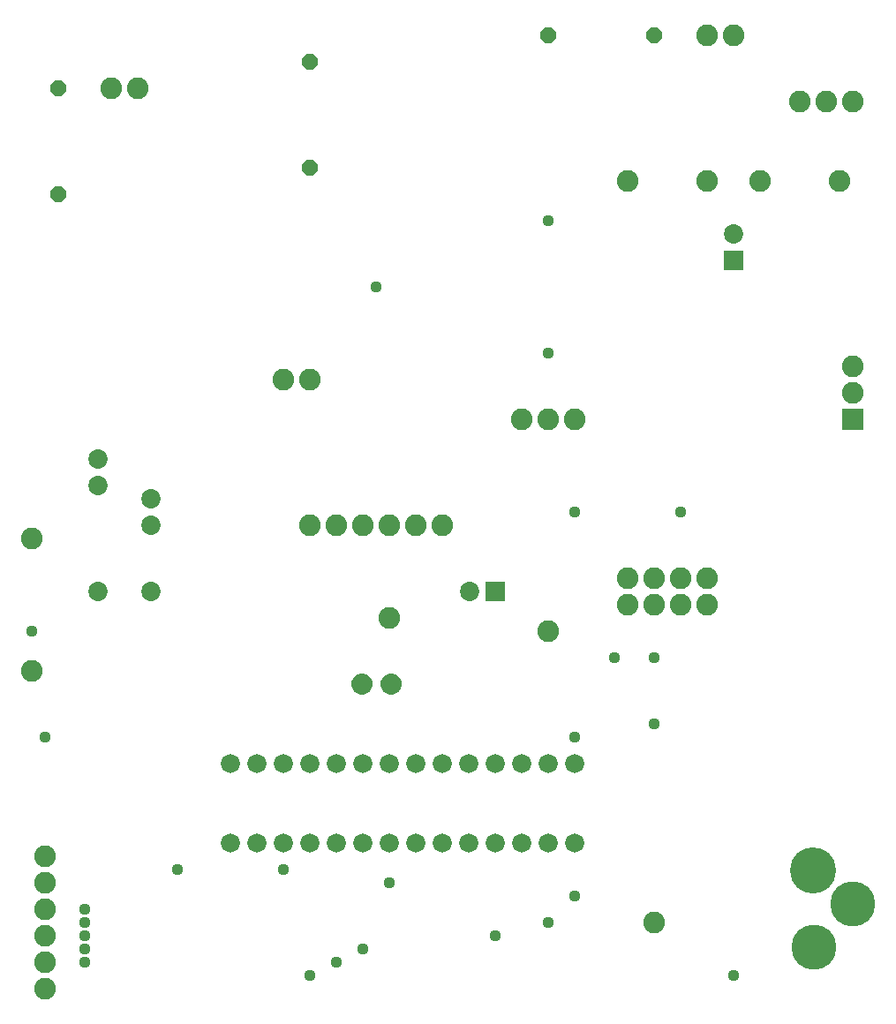
<source format=gbr>
G04 EAGLE Gerber RS-274X export*
G75*
%MOMM*%
%FSLAX34Y34*%
%LPD*%
%INSoldermask Bottom*%
%IPPOS*%
%AMOC8*
5,1,8,0,0,1.08239X$1,22.5*%
G01*
%ADD10C,2.082800*%
%ADD11C,1.854200*%
%ADD12R,1.854200X1.854200*%
%ADD13C,4.419200*%
%ADD14C,4.318000*%
%ADD15P,1.649562X8X112.500000*%
%ADD16P,1.649562X8X202.500000*%
%ADD17C,1.828800*%
%ADD18R,2.082800X2.082800*%
%ADD19C,1.117600*%

G36*
X356090Y332859D02*
X356090Y332859D01*
X356133Y332871D01*
X356199Y332880D01*
X357816Y333334D01*
X357857Y333353D01*
X357885Y333362D01*
X357895Y333364D01*
X357899Y333366D01*
X357920Y333373D01*
X359434Y334101D01*
X359470Y334127D01*
X359529Y334157D01*
X360894Y335138D01*
X360925Y335170D01*
X360978Y335210D01*
X362152Y336412D01*
X362177Y336449D01*
X362222Y336497D01*
X363169Y337885D01*
X363187Y337926D01*
X363223Y337982D01*
X363915Y339513D01*
X363926Y339556D01*
X363952Y339617D01*
X364367Y341246D01*
X364370Y341290D01*
X364385Y341355D01*
X364511Y343030D01*
X364507Y343077D01*
X364509Y343149D01*
X364304Y344985D01*
X364290Y345031D01*
X364278Y345106D01*
X363718Y346867D01*
X363695Y346909D01*
X363669Y346981D01*
X362776Y348598D01*
X362746Y348636D01*
X362706Y348701D01*
X361515Y350113D01*
X361478Y350144D01*
X361426Y350200D01*
X359982Y351353D01*
X359940Y351376D01*
X359878Y351420D01*
X358237Y352269D01*
X358191Y352284D01*
X358122Y352315D01*
X356347Y352828D01*
X356299Y352833D01*
X356224Y352851D01*
X354384Y353007D01*
X354340Y353003D01*
X354275Y353007D01*
X352444Y352847D01*
X352398Y352834D01*
X352322Y352824D01*
X350558Y352310D01*
X350514Y352289D01*
X350442Y352264D01*
X348812Y351415D01*
X348774Y351386D01*
X348708Y351347D01*
X347275Y350197D01*
X347243Y350161D01*
X347186Y350110D01*
X346005Y348702D01*
X345981Y348661D01*
X345935Y348600D01*
X345725Y348218D01*
X345051Y346988D01*
X345036Y346943D01*
X345002Y346874D01*
X344450Y345121D01*
X344444Y345074D01*
X344424Y345000D01*
X344225Y343173D01*
X344228Y343127D01*
X344222Y343058D01*
X344345Y341382D01*
X344356Y341339D01*
X344362Y341273D01*
X344774Y339643D01*
X344792Y339603D01*
X344810Y339539D01*
X345498Y338006D01*
X345523Y337969D01*
X345552Y337909D01*
X346496Y336519D01*
X346527Y336487D01*
X346565Y336433D01*
X347736Y335227D01*
X347773Y335201D01*
X347820Y335155D01*
X349182Y334171D01*
X349223Y334152D01*
X349277Y334115D01*
X350790Y333382D01*
X350833Y333370D01*
X350844Y333365D01*
X350871Y333352D01*
X350876Y333351D01*
X350893Y333343D01*
X352510Y332885D01*
X352555Y332880D01*
X352619Y332864D01*
X354291Y332693D01*
X354339Y332697D01*
X354418Y332693D01*
X356090Y332859D01*
G37*
G36*
X384081Y332859D02*
X384081Y332859D01*
X384124Y332871D01*
X384190Y332880D01*
X385807Y333334D01*
X385848Y333353D01*
X385876Y333362D01*
X385886Y333364D01*
X385890Y333366D01*
X385911Y333373D01*
X387425Y334101D01*
X387461Y334127D01*
X387520Y334157D01*
X388885Y335138D01*
X388916Y335170D01*
X388969Y335210D01*
X390143Y336412D01*
X390168Y336449D01*
X390213Y336497D01*
X391160Y337885D01*
X391178Y337926D01*
X391214Y337982D01*
X391906Y339513D01*
X391917Y339556D01*
X391943Y339617D01*
X392358Y341246D01*
X392361Y341290D01*
X392376Y341355D01*
X392502Y343030D01*
X392498Y343077D01*
X392500Y343149D01*
X392295Y344985D01*
X392281Y345031D01*
X392269Y345106D01*
X391709Y346867D01*
X391686Y346909D01*
X391660Y346981D01*
X390767Y348598D01*
X390737Y348636D01*
X390697Y348701D01*
X389506Y350113D01*
X389469Y350144D01*
X389417Y350200D01*
X387973Y351353D01*
X387931Y351376D01*
X387869Y351420D01*
X386228Y352269D01*
X386182Y352284D01*
X386113Y352315D01*
X384338Y352828D01*
X384290Y352833D01*
X384215Y352851D01*
X382375Y353007D01*
X382331Y353003D01*
X382266Y353007D01*
X380435Y352847D01*
X380389Y352834D01*
X380313Y352824D01*
X378549Y352310D01*
X378505Y352289D01*
X378433Y352264D01*
X376803Y351415D01*
X376765Y351386D01*
X376699Y351347D01*
X375266Y350197D01*
X375234Y350161D01*
X375177Y350110D01*
X373996Y348702D01*
X373972Y348661D01*
X373926Y348600D01*
X373716Y348218D01*
X373042Y346988D01*
X373027Y346943D01*
X372993Y346874D01*
X372441Y345121D01*
X372435Y345074D01*
X372415Y345000D01*
X372216Y343173D01*
X372219Y343127D01*
X372213Y343058D01*
X372336Y341382D01*
X372347Y341339D01*
X372353Y341273D01*
X372765Y339643D01*
X372783Y339603D01*
X372801Y339539D01*
X373489Y338006D01*
X373514Y337969D01*
X373543Y337909D01*
X374487Y336519D01*
X374518Y336487D01*
X374556Y336433D01*
X375727Y335227D01*
X375764Y335201D01*
X375811Y335155D01*
X377173Y334171D01*
X377214Y334152D01*
X377268Y334115D01*
X378781Y333382D01*
X378824Y333370D01*
X378835Y333365D01*
X378862Y333352D01*
X378867Y333351D01*
X378884Y333343D01*
X380501Y332885D01*
X380546Y332880D01*
X380610Y332864D01*
X382282Y332693D01*
X382330Y332697D01*
X382409Y332693D01*
X384081Y332859D01*
G37*
D10*
X38100Y355600D03*
X381000Y406400D03*
X635000Y114300D03*
X279400Y635000D03*
X304800Y635000D03*
X508000Y596900D03*
X533400Y596900D03*
X558800Y596900D03*
X304800Y495300D03*
X330200Y495300D03*
X355600Y495300D03*
X381000Y495300D03*
X406400Y495300D03*
X431800Y495300D03*
X50800Y50800D03*
X50800Y76200D03*
X50800Y101600D03*
X50800Y127000D03*
X50800Y152400D03*
X50800Y177800D03*
X685800Y965200D03*
X711200Y965200D03*
D11*
X101600Y558800D03*
X101600Y533400D03*
X152400Y520700D03*
X152400Y495300D03*
D12*
X482400Y431800D03*
D11*
X457400Y431800D03*
X711200Y774500D03*
D12*
X711200Y749500D03*
D10*
X533400Y393700D03*
X38100Y482600D03*
D13*
X787400Y164178D03*
D14*
X787654Y90970D03*
X825016Y132400D03*
D10*
X774700Y901700D03*
X800100Y901700D03*
X825500Y901700D03*
X609600Y419100D03*
X609600Y444500D03*
X635000Y419100D03*
X635000Y444500D03*
X660400Y419100D03*
X660400Y444500D03*
X685800Y419100D03*
X685800Y444500D03*
D15*
X63500Y812800D03*
X63500Y914400D03*
D16*
X635000Y965200D03*
X533400Y965200D03*
D15*
X304800Y838200D03*
X304800Y939800D03*
D10*
X114300Y914400D03*
X139700Y914400D03*
D17*
X228600Y190500D03*
X254000Y190500D03*
X279400Y190500D03*
X304800Y190500D03*
X330200Y190500D03*
X355600Y190500D03*
X381000Y190500D03*
X406400Y190500D03*
X431800Y190500D03*
X457200Y190500D03*
X482600Y190500D03*
X508000Y190500D03*
X533400Y190500D03*
X558800Y190500D03*
X558800Y266700D03*
X533400Y266700D03*
X508000Y266700D03*
X482600Y266700D03*
X457200Y266700D03*
X431800Y266700D03*
X406400Y266700D03*
X381000Y266700D03*
X355600Y266700D03*
X330200Y266700D03*
X304800Y266700D03*
X279400Y266700D03*
X254000Y266700D03*
X228600Y266700D03*
D18*
X825500Y596900D03*
D10*
X825500Y622300D03*
X825500Y647700D03*
D11*
X101600Y431800D03*
X152400Y431800D03*
D10*
X736600Y825500D03*
X812800Y825500D03*
X609600Y825500D03*
X685800Y825500D03*
D19*
X533400Y660400D03*
X533400Y787400D03*
X660400Y508000D03*
X558800Y508000D03*
X381000Y152400D03*
X596900Y368300D03*
X177800Y165100D03*
X279400Y165100D03*
X635000Y368300D03*
X635000Y304800D03*
X711200Y63500D03*
X304800Y63500D03*
X368300Y723900D03*
X38100Y393700D03*
X88900Y76200D03*
X330200Y76200D03*
X88900Y88900D03*
X355600Y88900D03*
X88900Y101600D03*
X482600Y101600D03*
X88900Y114300D03*
X533400Y114300D03*
X88900Y127000D03*
X558800Y139700D03*
X50800Y292100D03*
X558800Y292100D03*
M02*

</source>
